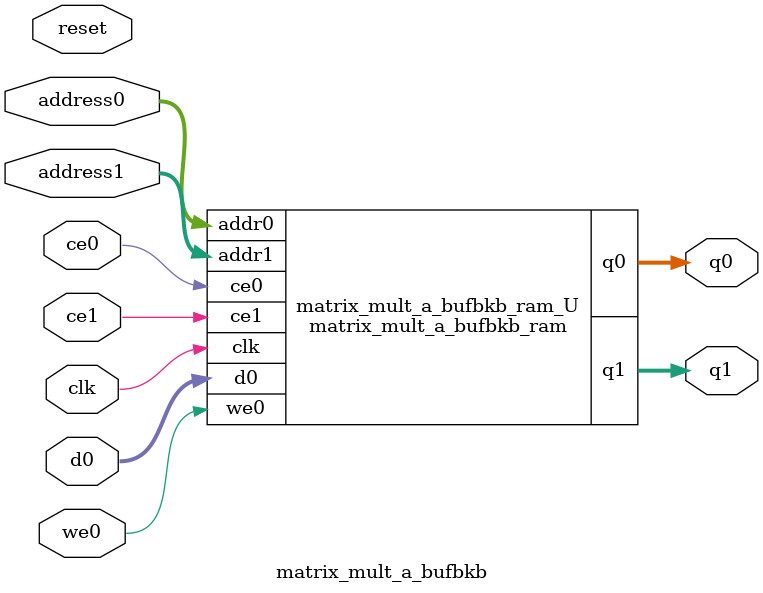
<source format=v>
`timescale 1 ns / 1 ps
module matrix_mult_a_bufbkb_ram (addr0, ce0, d0, we0, q0, addr1, ce1, q1,  clk);

parameter DWIDTH = 16;
parameter AWIDTH = 4;
parameter MEM_SIZE = 10;

input[AWIDTH-1:0] addr0;
input ce0;
input[DWIDTH-1:0] d0;
input we0;
output reg[DWIDTH-1:0] q0;
input[AWIDTH-1:0] addr1;
input ce1;
output reg[DWIDTH-1:0] q1;
input clk;

(* ram_style = "distributed" *)reg [DWIDTH-1:0] ram[0:MEM_SIZE-1];




always @(posedge clk)  
begin 
    if (ce0) begin
        if (we0) 
            ram[addr0] <= d0; 
        q0 <= ram[addr0];
    end
end


always @(posedge clk)  
begin 
    if (ce1) begin
        q1 <= ram[addr1];
    end
end


endmodule

`timescale 1 ns / 1 ps
module matrix_mult_a_bufbkb(
    reset,
    clk,
    address0,
    ce0,
    we0,
    d0,
    q0,
    address1,
    ce1,
    q1);

parameter DataWidth = 32'd16;
parameter AddressRange = 32'd10;
parameter AddressWidth = 32'd4;
input reset;
input clk;
input[AddressWidth - 1:0] address0;
input ce0;
input we0;
input[DataWidth - 1:0] d0;
output[DataWidth - 1:0] q0;
input[AddressWidth - 1:0] address1;
input ce1;
output[DataWidth - 1:0] q1;



matrix_mult_a_bufbkb_ram matrix_mult_a_bufbkb_ram_U(
    .clk( clk ),
    .addr0( address0 ),
    .ce0( ce0 ),
    .we0( we0 ),
    .d0( d0 ),
    .q0( q0 ),
    .addr1( address1 ),
    .ce1( ce1 ),
    .q1( q1 ));

endmodule


</source>
